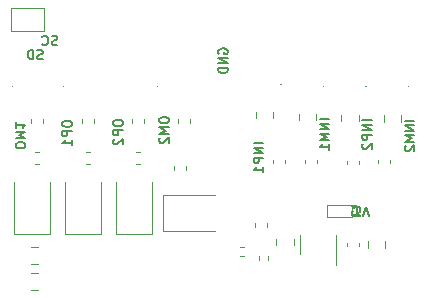
<source format=gbr>
%TF.GenerationSoftware,KiCad,Pcbnew,8.0.7*%
%TF.CreationDate,2025-04-21T06:01:31-04:00*%
%TF.ProjectId,tac5212_audio_board_single_ended,74616335-3231-4325-9f61-7564696f5f62,rev?*%
%TF.SameCoordinates,Original*%
%TF.FileFunction,Legend,Bot*%
%TF.FilePolarity,Positive*%
%FSLAX46Y46*%
G04 Gerber Fmt 4.6, Leading zero omitted, Abs format (unit mm)*
G04 Created by KiCad (PCBNEW 8.0.7) date 2025-04-21 06:01:31*
%MOMM*%
%LPD*%
G01*
G04 APERTURE LIST*
%ADD10C,0.150000*%
%ADD11C,0.120000*%
%ADD12C,0.100000*%
G04 APERTURE END LIST*
D10*
X99862295Y-108066541D02*
X99862295Y-108218922D01*
X99862295Y-108218922D02*
X99900390Y-108295112D01*
X99900390Y-108295112D02*
X99976580Y-108371303D01*
X99976580Y-108371303D02*
X100128961Y-108409398D01*
X100128961Y-108409398D02*
X100395628Y-108409398D01*
X100395628Y-108409398D02*
X100548009Y-108371303D01*
X100548009Y-108371303D02*
X100624200Y-108295112D01*
X100624200Y-108295112D02*
X100662295Y-108218922D01*
X100662295Y-108218922D02*
X100662295Y-108066541D01*
X100662295Y-108066541D02*
X100624200Y-107990350D01*
X100624200Y-107990350D02*
X100548009Y-107914160D01*
X100548009Y-107914160D02*
X100395628Y-107876064D01*
X100395628Y-107876064D02*
X100128961Y-107876064D01*
X100128961Y-107876064D02*
X99976580Y-107914160D01*
X99976580Y-107914160D02*
X99900390Y-107990350D01*
X99900390Y-107990350D02*
X99862295Y-108066541D01*
X100662295Y-108752255D02*
X99862295Y-108752255D01*
X99862295Y-108752255D02*
X99862295Y-109057017D01*
X99862295Y-109057017D02*
X99900390Y-109133207D01*
X99900390Y-109133207D02*
X99938485Y-109171302D01*
X99938485Y-109171302D02*
X100014676Y-109209398D01*
X100014676Y-109209398D02*
X100128961Y-109209398D01*
X100128961Y-109209398D02*
X100205152Y-109171302D01*
X100205152Y-109171302D02*
X100243247Y-109133207D01*
X100243247Y-109133207D02*
X100281342Y-109057017D01*
X100281342Y-109057017D02*
X100281342Y-108752255D01*
X99938485Y-109514159D02*
X99900390Y-109552255D01*
X99900390Y-109552255D02*
X99862295Y-109628445D01*
X99862295Y-109628445D02*
X99862295Y-109818921D01*
X99862295Y-109818921D02*
X99900390Y-109895112D01*
X99900390Y-109895112D02*
X99938485Y-109933207D01*
X99938485Y-109933207D02*
X100014676Y-109971302D01*
X100014676Y-109971302D02*
X100090866Y-109971302D01*
X100090866Y-109971302D02*
X100205152Y-109933207D01*
X100205152Y-109933207D02*
X100662295Y-109476064D01*
X100662295Y-109476064D02*
X100662295Y-109971302D01*
X121762295Y-107924160D02*
X120962295Y-107924160D01*
X121762295Y-108305112D02*
X120962295Y-108305112D01*
X120962295Y-108305112D02*
X121762295Y-108762255D01*
X121762295Y-108762255D02*
X120962295Y-108762255D01*
X121762295Y-109143207D02*
X120962295Y-109143207D01*
X120962295Y-109143207D02*
X120962295Y-109447969D01*
X120962295Y-109447969D02*
X121000390Y-109524159D01*
X121000390Y-109524159D02*
X121038485Y-109562254D01*
X121038485Y-109562254D02*
X121114676Y-109600350D01*
X121114676Y-109600350D02*
X121228961Y-109600350D01*
X121228961Y-109600350D02*
X121305152Y-109562254D01*
X121305152Y-109562254D02*
X121343247Y-109524159D01*
X121343247Y-109524159D02*
X121381342Y-109447969D01*
X121381342Y-109447969D02*
X121381342Y-109143207D01*
X121038485Y-109905111D02*
X121000390Y-109943207D01*
X121000390Y-109943207D02*
X120962295Y-110019397D01*
X120962295Y-110019397D02*
X120962295Y-110209873D01*
X120962295Y-110209873D02*
X121000390Y-110286064D01*
X121000390Y-110286064D02*
X121038485Y-110324159D01*
X121038485Y-110324159D02*
X121114676Y-110362254D01*
X121114676Y-110362254D02*
X121190866Y-110362254D01*
X121190866Y-110362254D02*
X121305152Y-110324159D01*
X121305152Y-110324159D02*
X121762295Y-109867016D01*
X121762295Y-109867016D02*
X121762295Y-110362254D01*
X108800390Y-102272744D02*
X108762295Y-102196554D01*
X108762295Y-102196554D02*
X108762295Y-102082268D01*
X108762295Y-102082268D02*
X108800390Y-101967982D01*
X108800390Y-101967982D02*
X108876580Y-101891792D01*
X108876580Y-101891792D02*
X108952771Y-101853697D01*
X108952771Y-101853697D02*
X109105152Y-101815601D01*
X109105152Y-101815601D02*
X109219438Y-101815601D01*
X109219438Y-101815601D02*
X109371819Y-101853697D01*
X109371819Y-101853697D02*
X109448009Y-101891792D01*
X109448009Y-101891792D02*
X109524200Y-101967982D01*
X109524200Y-101967982D02*
X109562295Y-102082268D01*
X109562295Y-102082268D02*
X109562295Y-102158459D01*
X109562295Y-102158459D02*
X109524200Y-102272744D01*
X109524200Y-102272744D02*
X109486104Y-102310840D01*
X109486104Y-102310840D02*
X109219438Y-102310840D01*
X109219438Y-102310840D02*
X109219438Y-102158459D01*
X109562295Y-102653697D02*
X108762295Y-102653697D01*
X108762295Y-102653697D02*
X109562295Y-103110840D01*
X109562295Y-103110840D02*
X108762295Y-103110840D01*
X109562295Y-103491792D02*
X108762295Y-103491792D01*
X108762295Y-103491792D02*
X108762295Y-103682268D01*
X108762295Y-103682268D02*
X108800390Y-103796554D01*
X108800390Y-103796554D02*
X108876580Y-103872744D01*
X108876580Y-103872744D02*
X108952771Y-103910839D01*
X108952771Y-103910839D02*
X109105152Y-103948935D01*
X109105152Y-103948935D02*
X109219438Y-103948935D01*
X109219438Y-103948935D02*
X109371819Y-103910839D01*
X109371819Y-103910839D02*
X109448009Y-103872744D01*
X109448009Y-103872744D02*
X109524200Y-103796554D01*
X109524200Y-103796554D02*
X109562295Y-103682268D01*
X109562295Y-103682268D02*
X109562295Y-103491792D01*
X125362295Y-107971660D02*
X124562295Y-107971660D01*
X125362295Y-108352612D02*
X124562295Y-108352612D01*
X124562295Y-108352612D02*
X125362295Y-108809755D01*
X125362295Y-108809755D02*
X124562295Y-108809755D01*
X125362295Y-109190707D02*
X124562295Y-109190707D01*
X124562295Y-109190707D02*
X125133723Y-109457373D01*
X125133723Y-109457373D02*
X124562295Y-109724040D01*
X124562295Y-109724040D02*
X125362295Y-109724040D01*
X124638485Y-110066897D02*
X124600390Y-110104993D01*
X124600390Y-110104993D02*
X124562295Y-110181183D01*
X124562295Y-110181183D02*
X124562295Y-110371659D01*
X124562295Y-110371659D02*
X124600390Y-110447850D01*
X124600390Y-110447850D02*
X124638485Y-110485945D01*
X124638485Y-110485945D02*
X124714676Y-110524040D01*
X124714676Y-110524040D02*
X124790866Y-110524040D01*
X124790866Y-110524040D02*
X124905152Y-110485945D01*
X124905152Y-110485945D02*
X125362295Y-110028802D01*
X125362295Y-110028802D02*
X125362295Y-110524040D01*
X103762295Y-107841541D02*
X103762295Y-107993922D01*
X103762295Y-107993922D02*
X103800390Y-108070112D01*
X103800390Y-108070112D02*
X103876580Y-108146303D01*
X103876580Y-108146303D02*
X104028961Y-108184398D01*
X104028961Y-108184398D02*
X104295628Y-108184398D01*
X104295628Y-108184398D02*
X104448009Y-108146303D01*
X104448009Y-108146303D02*
X104524200Y-108070112D01*
X104524200Y-108070112D02*
X104562295Y-107993922D01*
X104562295Y-107993922D02*
X104562295Y-107841541D01*
X104562295Y-107841541D02*
X104524200Y-107765350D01*
X104524200Y-107765350D02*
X104448009Y-107689160D01*
X104448009Y-107689160D02*
X104295628Y-107651064D01*
X104295628Y-107651064D02*
X104028961Y-107651064D01*
X104028961Y-107651064D02*
X103876580Y-107689160D01*
X103876580Y-107689160D02*
X103800390Y-107765350D01*
X103800390Y-107765350D02*
X103762295Y-107841541D01*
X104562295Y-108527255D02*
X103762295Y-108527255D01*
X103762295Y-108527255D02*
X104333723Y-108793921D01*
X104333723Y-108793921D02*
X103762295Y-109060588D01*
X103762295Y-109060588D02*
X104562295Y-109060588D01*
X103838485Y-109403445D02*
X103800390Y-109441541D01*
X103800390Y-109441541D02*
X103762295Y-109517731D01*
X103762295Y-109517731D02*
X103762295Y-109708207D01*
X103762295Y-109708207D02*
X103800390Y-109784398D01*
X103800390Y-109784398D02*
X103838485Y-109822493D01*
X103838485Y-109822493D02*
X103914676Y-109860588D01*
X103914676Y-109860588D02*
X103990866Y-109860588D01*
X103990866Y-109860588D02*
X104105152Y-109822493D01*
X104105152Y-109822493D02*
X104562295Y-109365350D01*
X104562295Y-109365350D02*
X104562295Y-109860588D01*
X120262969Y-116047704D02*
X120758207Y-116047704D01*
X120758207Y-116047704D02*
X120491541Y-115742942D01*
X120491541Y-115742942D02*
X120605826Y-115742942D01*
X120605826Y-115742942D02*
X120682017Y-115704847D01*
X120682017Y-115704847D02*
X120720112Y-115666752D01*
X120720112Y-115666752D02*
X120758207Y-115590561D01*
X120758207Y-115590561D02*
X120758207Y-115400085D01*
X120758207Y-115400085D02*
X120720112Y-115323895D01*
X120720112Y-115323895D02*
X120682017Y-115285800D01*
X120682017Y-115285800D02*
X120605826Y-115247704D01*
X120605826Y-115247704D02*
X120377255Y-115247704D01*
X120377255Y-115247704D02*
X120301064Y-115285800D01*
X120301064Y-115285800D02*
X120262969Y-115323895D01*
X120986779Y-116047704D02*
X121253446Y-115247704D01*
X121253446Y-115247704D02*
X121520112Y-116047704D01*
X93908208Y-102724200D02*
X93793922Y-102762295D01*
X93793922Y-102762295D02*
X93603446Y-102762295D01*
X93603446Y-102762295D02*
X93527255Y-102724200D01*
X93527255Y-102724200D02*
X93489160Y-102686104D01*
X93489160Y-102686104D02*
X93451065Y-102609914D01*
X93451065Y-102609914D02*
X93451065Y-102533723D01*
X93451065Y-102533723D02*
X93489160Y-102457533D01*
X93489160Y-102457533D02*
X93527255Y-102419438D01*
X93527255Y-102419438D02*
X93603446Y-102381342D01*
X93603446Y-102381342D02*
X93755827Y-102343247D01*
X93755827Y-102343247D02*
X93832017Y-102305152D01*
X93832017Y-102305152D02*
X93870112Y-102267057D01*
X93870112Y-102267057D02*
X93908208Y-102190866D01*
X93908208Y-102190866D02*
X93908208Y-102114676D01*
X93908208Y-102114676D02*
X93870112Y-102038485D01*
X93870112Y-102038485D02*
X93832017Y-102000390D01*
X93832017Y-102000390D02*
X93755827Y-101962295D01*
X93755827Y-101962295D02*
X93565350Y-101962295D01*
X93565350Y-101962295D02*
X93451065Y-102000390D01*
X93108207Y-102762295D02*
X93108207Y-101962295D01*
X93108207Y-101962295D02*
X92917731Y-101962295D01*
X92917731Y-101962295D02*
X92803445Y-102000390D01*
X92803445Y-102000390D02*
X92727255Y-102076580D01*
X92727255Y-102076580D02*
X92689160Y-102152771D01*
X92689160Y-102152771D02*
X92651064Y-102305152D01*
X92651064Y-102305152D02*
X92651064Y-102419438D01*
X92651064Y-102419438D02*
X92689160Y-102571819D01*
X92689160Y-102571819D02*
X92727255Y-102648009D01*
X92727255Y-102648009D02*
X92803445Y-102724200D01*
X92803445Y-102724200D02*
X92917731Y-102762295D01*
X92917731Y-102762295D02*
X93108207Y-102762295D01*
X95108208Y-101524200D02*
X94993922Y-101562295D01*
X94993922Y-101562295D02*
X94803446Y-101562295D01*
X94803446Y-101562295D02*
X94727255Y-101524200D01*
X94727255Y-101524200D02*
X94689160Y-101486104D01*
X94689160Y-101486104D02*
X94651065Y-101409914D01*
X94651065Y-101409914D02*
X94651065Y-101333723D01*
X94651065Y-101333723D02*
X94689160Y-101257533D01*
X94689160Y-101257533D02*
X94727255Y-101219438D01*
X94727255Y-101219438D02*
X94803446Y-101181342D01*
X94803446Y-101181342D02*
X94955827Y-101143247D01*
X94955827Y-101143247D02*
X95032017Y-101105152D01*
X95032017Y-101105152D02*
X95070112Y-101067057D01*
X95070112Y-101067057D02*
X95108208Y-100990866D01*
X95108208Y-100990866D02*
X95108208Y-100914676D01*
X95108208Y-100914676D02*
X95070112Y-100838485D01*
X95070112Y-100838485D02*
X95032017Y-100800390D01*
X95032017Y-100800390D02*
X94955827Y-100762295D01*
X94955827Y-100762295D02*
X94765350Y-100762295D01*
X94765350Y-100762295D02*
X94651065Y-100800390D01*
X93851064Y-101486104D02*
X93889160Y-101524200D01*
X93889160Y-101524200D02*
X94003445Y-101562295D01*
X94003445Y-101562295D02*
X94079636Y-101562295D01*
X94079636Y-101562295D02*
X94193922Y-101524200D01*
X94193922Y-101524200D02*
X94270112Y-101448009D01*
X94270112Y-101448009D02*
X94308207Y-101371819D01*
X94308207Y-101371819D02*
X94346303Y-101219438D01*
X94346303Y-101219438D02*
X94346303Y-101105152D01*
X94346303Y-101105152D02*
X94308207Y-100952771D01*
X94308207Y-100952771D02*
X94270112Y-100876580D01*
X94270112Y-100876580D02*
X94193922Y-100800390D01*
X94193922Y-100800390D02*
X94079636Y-100762295D01*
X94079636Y-100762295D02*
X94003445Y-100762295D01*
X94003445Y-100762295D02*
X93889160Y-100800390D01*
X93889160Y-100800390D02*
X93851064Y-100838485D01*
X95562295Y-108141541D02*
X95562295Y-108293922D01*
X95562295Y-108293922D02*
X95600390Y-108370112D01*
X95600390Y-108370112D02*
X95676580Y-108446303D01*
X95676580Y-108446303D02*
X95828961Y-108484398D01*
X95828961Y-108484398D02*
X96095628Y-108484398D01*
X96095628Y-108484398D02*
X96248009Y-108446303D01*
X96248009Y-108446303D02*
X96324200Y-108370112D01*
X96324200Y-108370112D02*
X96362295Y-108293922D01*
X96362295Y-108293922D02*
X96362295Y-108141541D01*
X96362295Y-108141541D02*
X96324200Y-108065350D01*
X96324200Y-108065350D02*
X96248009Y-107989160D01*
X96248009Y-107989160D02*
X96095628Y-107951064D01*
X96095628Y-107951064D02*
X95828961Y-107951064D01*
X95828961Y-107951064D02*
X95676580Y-107989160D01*
X95676580Y-107989160D02*
X95600390Y-108065350D01*
X95600390Y-108065350D02*
X95562295Y-108141541D01*
X96362295Y-108827255D02*
X95562295Y-108827255D01*
X95562295Y-108827255D02*
X95562295Y-109132017D01*
X95562295Y-109132017D02*
X95600390Y-109208207D01*
X95600390Y-109208207D02*
X95638485Y-109246302D01*
X95638485Y-109246302D02*
X95714676Y-109284398D01*
X95714676Y-109284398D02*
X95828961Y-109284398D01*
X95828961Y-109284398D02*
X95905152Y-109246302D01*
X95905152Y-109246302D02*
X95943247Y-109208207D01*
X95943247Y-109208207D02*
X95981342Y-109132017D01*
X95981342Y-109132017D02*
X95981342Y-108827255D01*
X96362295Y-110046302D02*
X96362295Y-109589159D01*
X96362295Y-109817731D02*
X95562295Y-109817731D01*
X95562295Y-109817731D02*
X95676580Y-109741540D01*
X95676580Y-109741540D02*
X95752771Y-109665350D01*
X95752771Y-109665350D02*
X95790866Y-109589159D01*
X118162295Y-107851660D02*
X117362295Y-107851660D01*
X118162295Y-108232612D02*
X117362295Y-108232612D01*
X117362295Y-108232612D02*
X118162295Y-108689755D01*
X118162295Y-108689755D02*
X117362295Y-108689755D01*
X118162295Y-109070707D02*
X117362295Y-109070707D01*
X117362295Y-109070707D02*
X117933723Y-109337373D01*
X117933723Y-109337373D02*
X117362295Y-109604040D01*
X117362295Y-109604040D02*
X118162295Y-109604040D01*
X118162295Y-110404040D02*
X118162295Y-109946897D01*
X118162295Y-110175469D02*
X117362295Y-110175469D01*
X117362295Y-110175469D02*
X117476580Y-110099278D01*
X117476580Y-110099278D02*
X117552771Y-110023088D01*
X117552771Y-110023088D02*
X117590866Y-109946897D01*
X120091793Y-115200390D02*
X120167983Y-115162295D01*
X120167983Y-115162295D02*
X120282269Y-115162295D01*
X120282269Y-115162295D02*
X120396555Y-115200390D01*
X120396555Y-115200390D02*
X120472745Y-115276580D01*
X120472745Y-115276580D02*
X120510840Y-115352771D01*
X120510840Y-115352771D02*
X120548936Y-115505152D01*
X120548936Y-115505152D02*
X120548936Y-115619438D01*
X120548936Y-115619438D02*
X120510840Y-115771819D01*
X120510840Y-115771819D02*
X120472745Y-115848009D01*
X120472745Y-115848009D02*
X120396555Y-115924200D01*
X120396555Y-115924200D02*
X120282269Y-115962295D01*
X120282269Y-115962295D02*
X120206078Y-115962295D01*
X120206078Y-115962295D02*
X120091793Y-115924200D01*
X120091793Y-115924200D02*
X120053697Y-115886104D01*
X120053697Y-115886104D02*
X120053697Y-115619438D01*
X120053697Y-115619438D02*
X120206078Y-115619438D01*
X92437704Y-110120112D02*
X92437704Y-109967731D01*
X92437704Y-109967731D02*
X92399609Y-109891541D01*
X92399609Y-109891541D02*
X92323419Y-109815350D01*
X92323419Y-109815350D02*
X92171038Y-109777255D01*
X92171038Y-109777255D02*
X91904371Y-109777255D01*
X91904371Y-109777255D02*
X91751990Y-109815350D01*
X91751990Y-109815350D02*
X91675800Y-109891541D01*
X91675800Y-109891541D02*
X91637704Y-109967731D01*
X91637704Y-109967731D02*
X91637704Y-110120112D01*
X91637704Y-110120112D02*
X91675800Y-110196303D01*
X91675800Y-110196303D02*
X91751990Y-110272493D01*
X91751990Y-110272493D02*
X91904371Y-110310589D01*
X91904371Y-110310589D02*
X92171038Y-110310589D01*
X92171038Y-110310589D02*
X92323419Y-110272493D01*
X92323419Y-110272493D02*
X92399609Y-110196303D01*
X92399609Y-110196303D02*
X92437704Y-110120112D01*
X91637704Y-109434398D02*
X92437704Y-109434398D01*
X92437704Y-109434398D02*
X91866276Y-109167732D01*
X91866276Y-109167732D02*
X92437704Y-108901065D01*
X92437704Y-108901065D02*
X91637704Y-108901065D01*
X91637704Y-108101065D02*
X91637704Y-108558208D01*
X91637704Y-108329636D02*
X92437704Y-108329636D01*
X92437704Y-108329636D02*
X92323419Y-108405827D01*
X92323419Y-108405827D02*
X92247228Y-108482017D01*
X92247228Y-108482017D02*
X92209133Y-108558208D01*
X112562295Y-109889160D02*
X111762295Y-109889160D01*
X112562295Y-110270112D02*
X111762295Y-110270112D01*
X111762295Y-110270112D02*
X112562295Y-110727255D01*
X112562295Y-110727255D02*
X111762295Y-110727255D01*
X112562295Y-111108207D02*
X111762295Y-111108207D01*
X111762295Y-111108207D02*
X111762295Y-111412969D01*
X111762295Y-111412969D02*
X111800390Y-111489159D01*
X111800390Y-111489159D02*
X111838485Y-111527254D01*
X111838485Y-111527254D02*
X111914676Y-111565350D01*
X111914676Y-111565350D02*
X112028961Y-111565350D01*
X112028961Y-111565350D02*
X112105152Y-111527254D01*
X112105152Y-111527254D02*
X112143247Y-111489159D01*
X112143247Y-111489159D02*
X112181342Y-111412969D01*
X112181342Y-111412969D02*
X112181342Y-111108207D01*
X112562295Y-112327254D02*
X112562295Y-111870111D01*
X112562295Y-112098683D02*
X111762295Y-112098683D01*
X111762295Y-112098683D02*
X111876580Y-112022492D01*
X111876580Y-112022492D02*
X111952771Y-111946302D01*
X111952771Y-111946302D02*
X111990866Y-111870111D01*
D11*
%TO.C,T\u002AC108*%
X121399314Y-118176248D02*
X121399314Y-118698752D01*
X122869314Y-118176248D02*
X122869314Y-118698752D01*
%TO.C,C127*%
X113390000Y-111546267D02*
X113390000Y-111253733D01*
X114410000Y-111546267D02*
X114410000Y-111253733D01*
D12*
%TO.C,D111*%
X103685000Y-105100000D02*
G75*
G02*
X103585000Y-105100000I-50000J0D01*
G01*
X103585000Y-105100000D02*
G75*
G02*
X103685000Y-105100000I50000J0D01*
G01*
D11*
%TO.C,R108*%
X97871267Y-110590000D02*
X97528733Y-110590000D01*
X97871267Y-111610000D02*
X97528733Y-111610000D01*
%TO.C,T\u002AC109*%
X119690000Y-118291233D02*
X119690000Y-118583767D01*
X120710000Y-118291233D02*
X120710000Y-118583767D01*
%TO.C,R128*%
X112220000Y-119446359D02*
X112220000Y-119753641D01*
X112980000Y-119446359D02*
X112980000Y-119753641D01*
%TO.C,C124*%
X122290000Y-111546267D02*
X122290000Y-111253733D01*
X123310000Y-111546267D02*
X123310000Y-111253733D01*
%TO.C,C131*%
X93461252Y-120890000D02*
X92938748Y-120890000D01*
X93461252Y-122310000D02*
X92938748Y-122310000D01*
%TO.C,C130*%
X92938748Y-118690000D02*
X93461252Y-118690000D01*
X92938748Y-120110000D02*
X93461252Y-120110000D01*
%TO.C,C125*%
X119690000Y-111646267D02*
X119690000Y-111353733D01*
X120710000Y-111646267D02*
X120710000Y-111353733D01*
%TO.C,C114*%
X91490000Y-113150000D02*
X91490000Y-117535000D01*
X91490000Y-117535000D02*
X94510000Y-117535000D01*
X94510000Y-117535000D02*
X94510000Y-113150000D01*
%TO.C,T\u002AC110*%
X113665000Y-118461253D02*
X113665000Y-117938747D01*
X115135000Y-118461253D02*
X115135000Y-117938747D01*
D12*
%TO.C,3V108*%
X120050001Y-116110000D02*
X117940000Y-116110000D01*
X117940000Y-115110000D01*
X120050000Y-115110000D01*
X120050001Y-116110000D01*
D11*
%TO.C,MCLK108*%
X91200000Y-98400000D02*
X94000000Y-98400000D01*
X91200000Y-100400000D02*
X91200000Y-98400000D01*
X94000000Y-98400000D02*
X94000000Y-100400000D01*
X94000000Y-100400000D02*
X91200000Y-100400000D01*
%TO.C,C122*%
X104090001Y-114290000D02*
X104090001Y-117310000D01*
X104090001Y-117310000D02*
X108475001Y-117310000D01*
X108475001Y-114290000D02*
X104090001Y-114290000D01*
%TO.C,R109*%
X93228733Y-110590000D02*
X93571267Y-110590000D01*
X93228733Y-111610000D02*
X93571267Y-111610000D01*
D12*
%TO.C,D113*%
X121315000Y-105035000D02*
G75*
G02*
X121215000Y-105035000I-50000J0D01*
G01*
X121215000Y-105035000D02*
G75*
G02*
X121315000Y-105035000I50000J0D01*
G01*
D11*
%TO.C,FB110*%
X115565000Y-107923752D02*
X115565000Y-107401248D01*
X117035000Y-107923752D02*
X117035000Y-107401248D01*
%TO.C,FB111*%
X111965000Y-107761252D02*
X111965000Y-107238748D01*
X113435000Y-107761252D02*
X113435000Y-107238748D01*
%TO.C,R111*%
X102171267Y-110590000D02*
X101828733Y-110590000D01*
X102171267Y-111610000D02*
X101828733Y-111610000D01*
D12*
%TO.C,D112*%
X124915000Y-105082500D02*
G75*
G02*
X124815000Y-105082500I-50000J0D01*
G01*
X124815000Y-105082500D02*
G75*
G02*
X124915000Y-105082500I50000J0D01*
G01*
D11*
%TO.C,C123*%
X105390000Y-107853733D02*
X105390000Y-108146267D01*
X106410000Y-107853733D02*
X106410000Y-108146267D01*
%TO.C,U109*%
X115651814Y-117615000D02*
X115651813Y-118415000D01*
X115651814Y-119215000D02*
X115651813Y-118415000D01*
X118771814Y-117615000D02*
X118771815Y-118415000D01*
X118771814Y-120215000D02*
X118771815Y-118415000D01*
D12*
%TO.C,D108*%
X95685000Y-105100000D02*
G75*
G02*
X95585000Y-105100000I-50000J0D01*
G01*
X95585000Y-105100000D02*
G75*
G02*
X95685000Y-105100000I50000J0D01*
G01*
D11*
%TO.C,C113*%
X97190000Y-107853733D02*
X97190000Y-108146267D01*
X98210000Y-107853733D02*
X98210000Y-108146267D01*
%TO.C,C126*%
X116090000Y-111546267D02*
X116090000Y-111253733D01*
X117110000Y-111546267D02*
X117110000Y-111253733D01*
D12*
%TO.C,D110*%
X99985000Y-105100000D02*
G75*
G02*
X99885000Y-105100000I-50000J0D01*
G01*
X99885000Y-105100000D02*
G75*
G02*
X99985000Y-105100000I50000J0D01*
G01*
D11*
%TO.C,C110*%
X95790000Y-113150000D02*
X95790000Y-117535000D01*
X95790000Y-117535000D02*
X98810000Y-117535000D01*
X98810000Y-117535000D02*
X98810000Y-113150000D01*
D12*
%TO.C,D109*%
X91385000Y-105100000D02*
G75*
G02*
X91285000Y-105100000I-50000J0D01*
G01*
X91285000Y-105100000D02*
G75*
G02*
X91385000Y-105100000I50000J0D01*
G01*
D11*
%TO.C,SCL109*%
X110632379Y-118620000D02*
X110967621Y-118620000D01*
X110632379Y-119380000D02*
X110967621Y-119380000D01*
%TO.C,C121*%
X101490000Y-107853733D02*
X101490000Y-108146267D01*
X102510000Y-107853733D02*
X102510000Y-108146267D01*
%TO.C,C120*%
X100090000Y-113150000D02*
X100090000Y-117535000D01*
X100090000Y-117535000D02*
X103110000Y-117535000D01*
X103110000Y-117535000D02*
X103110000Y-113150000D01*
D12*
%TO.C,D114*%
X117715000Y-105035000D02*
G75*
G02*
X117615000Y-105035000I-50000J0D01*
G01*
X117615000Y-105035000D02*
G75*
G02*
X117715000Y-105035000I50000J0D01*
G01*
D11*
%TO.C,R116*%
X104990000Y-112171267D02*
X104990000Y-111828733D01*
X106010000Y-112171267D02*
X106010000Y-111828733D01*
%TO.C,FB109*%
X119165000Y-107996252D02*
X119165000Y-107473748D01*
X120635000Y-107996252D02*
X120635000Y-107473748D01*
%TO.C,FB108*%
X122765000Y-108033752D02*
X122765000Y-107511248D01*
X124235000Y-108033752D02*
X124235000Y-107511248D01*
D12*
%TO.C,D115*%
X114115000Y-104900000D02*
G75*
G02*
X114015000Y-104900000I-50000J0D01*
G01*
X114015000Y-104900000D02*
G75*
G02*
X114115000Y-104900000I50000J0D01*
G01*
D11*
%TO.C,C129*%
X111839617Y-116934349D02*
X111839617Y-116641815D01*
X112859617Y-116934349D02*
X112859617Y-116641815D01*
%TO.C,C117*%
X92890000Y-107853733D02*
X92890000Y-108146267D01*
X93910000Y-107853733D02*
X93910000Y-108146267D01*
%TD*%
M02*

</source>
